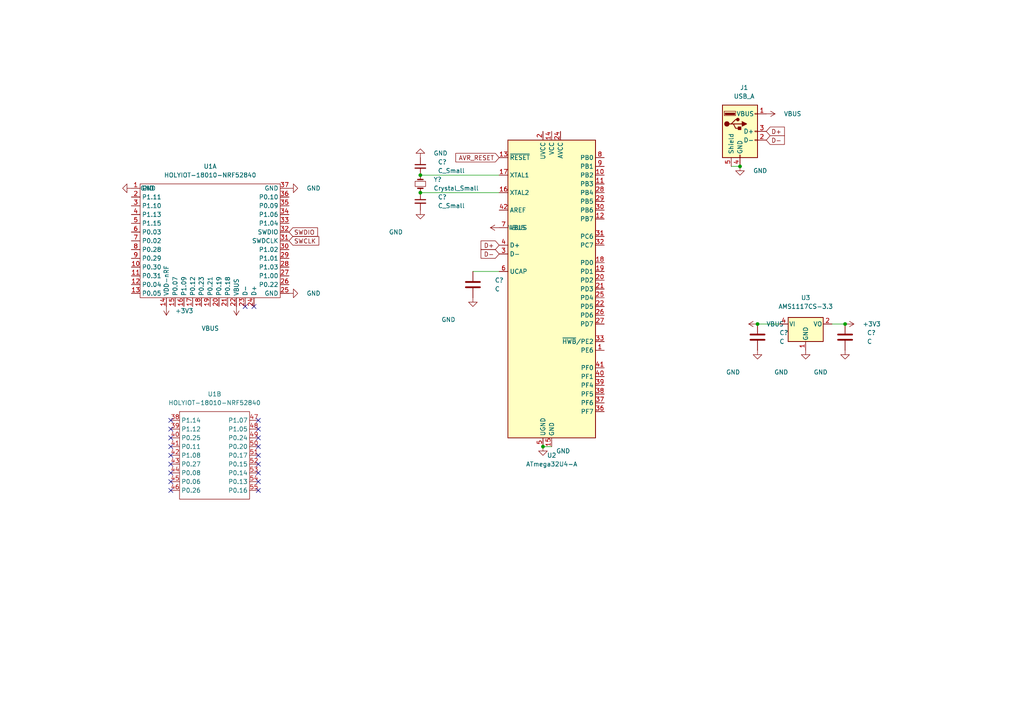
<source format=kicad_sch>
(kicad_sch (version 20210621) (generator eeschema)
  (paper "A4")
  (lib_symbols
    (symbol "Connector:USB_A" (pin_names (offset 1.016))
      (property "Reference" "J" (at -5.08 11.43 0))
      (property "Value" "USB_A" (at -5.08 8.89 0))
      (symbol "USB_A_0_1"
        (rectangle (start -5.08 -7.62) (end 5.08 7.62) (stroke (width 0.254)) (fill (type background)))
        (circle (center -3.81 2.159) (radius 0.635) (stroke (width 0.254)) (fill (type outline)))
        (rectangle (start -1.524 4.826) (end -4.318 5.334) (fill (type outline)))
        (rectangle (start -1.27 4.572) (end -4.572 5.842))
        (circle (center -0.635 3.429) (radius 0.381) (stroke (width 0.254)) (fill (type outline)))
        (rectangle (start -0.127 -7.62) (end 0.127 -6.858))
        (polyline (pts (xy -3.175 2.159) (xy -2.54 2.159) (xy -1.27 3.429) (xy -0.635 3.429)) (stroke (width 0.254)))
        (polyline (pts (xy -2.54 2.159) (xy -1.905 2.159) (xy -1.27 0.889) (xy 0 0.889)) (stroke (width 0.254)))
        (polyline (pts (xy 0.635 2.794) (xy 0.635 1.524) (xy 1.905 2.159) (xy 0.635 2.794)) (stroke (width 0.254)) (fill (type outline)))
        (rectangle (start 0.254 1.27) (end -0.508 0.508) (stroke (width 0.254)) (fill (type outline)))
        (rectangle (start 5.08 -2.667) (end 4.318 -2.413))
        (rectangle (start 5.08 -0.127) (end 4.318 0.127))
        (rectangle (start 5.08 4.953) (end 4.318 5.207))
      )
      (symbol "USB_A_1_1"
        (polyline (pts (xy -1.905 2.159) (xy 0.635 2.159)) (stroke (width 0.254)))
        (pin power_in line (at 7.62 5.08 180) (length 2.54) (name "VBUS") (number "1"))
        (pin bidirectional line (at 7.62 -2.54 180) (length 2.54) (name "D-") (number "2"))
        (pin bidirectional line (at 7.62 0 180) (length 2.54) (name "D+") (number "3"))
        (pin power_in line (at 0 -10.16 90) (length 2.54) (name "GND") (number "4"))
        (pin passive line (at -2.54 -10.16 90) (length 2.54) (name "Shield") (number "5"))
      )
    )
    (symbol "Device:C" (pin_numbers hide) (pin_names (offset 0.254))
      (property "Reference" "C" (at 0.635 2.54 0))
      (property "Value" "C" (at 0.635 -2.54 0))
      (symbol "C_0_1"
        (polyline (pts (xy -2.032 -0.762) (xy 2.032 -0.762)) (stroke (width 0.508)))
        (polyline (pts (xy -2.032 0.762) (xy 2.032 0.762)) (stroke (width 0.508)))
      )
      (symbol "C_1_1"
        (pin passive line (at 0 3.81 270) (length 2.794) (name "~") (number "1"))
        (pin passive line (at 0 -3.81 90) (length 2.794) (name "~") (number "2"))
      )
    )
    (symbol "Device:C_Small" (pin_numbers hide) (pin_names (offset 0.254) hide)
      (property "Reference" "C" (at 0.254 1.778 0))
      (property "Value" "C_Small" (at 0.254 -2.032 0))
      (symbol "C_Small_0_1"
        (polyline (pts (xy -1.524 -0.508) (xy 1.524 -0.508)) (stroke (width 0.3302)))
        (polyline (pts (xy -1.524 0.508) (xy 1.524 0.508)) (stroke (width 0.3048)))
      )
      (symbol "C_Small_1_1"
        (pin passive line (at 0 2.54 270) (length 2.032) (name "~") (number "1"))
        (pin passive line (at 0 -2.54 90) (length 2.032) (name "~") (number "2"))
      )
    )
    (symbol "Device:Crystal_Small" (pin_numbers hide) (pin_names (offset 1.016) hide)
      (property "Reference" "Y" (at 0 2.54 0))
      (property "Value" "Crystal_Small" (at 0 -2.54 0))
      (symbol "Crystal_Small_0_1"
        (rectangle (start -0.762 -1.524) (end 0.762 1.524))
        (polyline (pts (xy -1.27 -0.762) (xy -1.27 0.762)) (stroke (width 0.381)))
        (polyline (pts (xy 1.27 -0.762) (xy 1.27 0.762)) (stroke (width 0.381)))
      )
      (symbol "Crystal_Small_1_1"
        (pin passive line (at -2.54 0 0) (length 1.27) (name "1") (number "1"))
        (pin passive line (at 2.54 0 180) (length 1.27) (name "2") (number "2"))
      )
    )
    (symbol "MCU_Microchip_ATmega:ATmega32U4-A"
      (property "Reference" "U" (at -12.7 44.45 0))
      (property "Value" "ATmega32U4-A" (at 2.54 -44.45 0))
      (symbol "ATmega32U4-A_0_1"
        (rectangle (start -12.7 -43.18) (end 12.7 43.18) (stroke (width 0.254)) (fill (type background)))
      )
      (symbol "ATmega32U4-A_1_1"
        (pin bidirectional line (at 15.24 -17.78 180) (length 2.54) (name "PE6") (number "1"))
        (pin bidirectional line (at 15.24 33.02 180) (length 2.54) (name "PB2") (number "10"))
        (pin bidirectional line (at 15.24 30.48 180) (length 2.54) (name "PB3") (number "11"))
        (pin bidirectional line (at 15.24 20.32 180) (length 2.54) (name "PB7") (number "12"))
        (pin input line (at -15.24 38.1 0) (length 2.54) (name "~{RESET}") (number "13"))
        (pin power_in line (at 0 45.72 270) (length 2.54) (name "VCC") (number "14"))
        (pin power_in line (at 0 -45.72 90) (length 2.54) (name "GND") (number "15"))
        (pin output line (at -15.24 27.94 0) (length 2.54) (name "XTAL2") (number "16"))
        (pin input line (at -15.24 33.02 0) (length 2.54) (name "XTAL1") (number "17"))
        (pin bidirectional line (at 15.24 7.62 180) (length 2.54) (name "PD0") (number "18"))
        (pin bidirectional line (at 15.24 5.08 180) (length 2.54) (name "PD1") (number "19"))
        (pin power_in line (at -2.54 45.72 270) (length 2.54) (name "UVCC") (number "2"))
        (pin bidirectional line (at 15.24 2.54 180) (length 2.54) (name "PD2") (number "20"))
        (pin bidirectional line (at 15.24 0 180) (length 2.54) (name "PD3") (number "21"))
        (pin bidirectional line (at 15.24 -5.08 180) (length 2.54) (name "PD5") (number "22"))
        (pin passive line (at 0 -45.72 90) (length 2.54) hide (name "GND") (number "23"))
        (pin power_in line (at 2.54 45.72 270) (length 2.54) (name "AVCC") (number "24"))
        (pin bidirectional line (at 15.24 -2.54 180) (length 2.54) (name "PD4") (number "25"))
        (pin bidirectional line (at 15.24 -7.62 180) (length 2.54) (name "PD6") (number "26"))
        (pin bidirectional line (at 15.24 -10.16 180) (length 2.54) (name "PD7") (number "27"))
        (pin bidirectional line (at 15.24 27.94 180) (length 2.54) (name "PB4") (number "28"))
        (pin bidirectional line (at 15.24 25.4 180) (length 2.54) (name "PB5") (number "29"))
        (pin bidirectional line (at -15.24 10.16 0) (length 2.54) (name "D-") (number "3"))
        (pin bidirectional line (at 15.24 22.86 180) (length 2.54) (name "PB6") (number "30"))
        (pin bidirectional line (at 15.24 15.24 180) (length 2.54) (name "PC6") (number "31"))
        (pin bidirectional line (at 15.24 12.7 180) (length 2.54) (name "PC7") (number "32"))
        (pin bidirectional line (at 15.24 -15.24 180) (length 2.54) (name "~{HWB}/PE2") (number "33"))
        (pin passive line (at 0 45.72 270) (length 2.54) hide (name "VCC") (number "34"))
        (pin passive line (at 0 -45.72 90) (length 2.54) hide (name "GND") (number "35"))
        (pin bidirectional line (at 15.24 -35.56 180) (length 2.54) (name "PF7") (number "36"))
        (pin bidirectional line (at 15.24 -33.02 180) (length 2.54) (name "PF6") (number "37"))
        (pin bidirectional line (at 15.24 -30.48 180) (length 2.54) (name "PF5") (number "38"))
        (pin bidirectional line (at 15.24 -27.94 180) (length 2.54) (name "PF4") (number "39"))
        (pin bidirectional line (at -15.24 12.7 0) (length 2.54) (name "D+") (number "4"))
        (pin bidirectional line (at 15.24 -25.4 180) (length 2.54) (name "PF1") (number "40"))
        (pin bidirectional line (at 15.24 -22.86 180) (length 2.54) (name "PF0") (number "41"))
        (pin passive line (at -15.24 22.86 0) (length 2.54) (name "AREF") (number "42"))
        (pin passive line (at 0 -45.72 90) (length 2.54) hide (name "GND") (number "43"))
        (pin passive line (at 2.54 45.72 270) (length 2.54) hide (name "AVCC") (number "44"))
        (pin passive line (at -2.54 -45.72 90) (length 2.54) (name "UGND") (number "5"))
        (pin passive line (at -15.24 5.08 0) (length 2.54) (name "UCAP") (number "6"))
        (pin input line (at -15.24 17.78 0) (length 2.54) (name "VBUS") (number "7"))
        (pin bidirectional line (at 15.24 38.1 180) (length 2.54) (name "PB0") (number "8"))
        (pin bidirectional line (at 15.24 35.56 180) (length 2.54) (name "PB1") (number "9"))
      )
    )
    (symbol "Regulator_Linear:AMS1117CS-3.3" (pin_names (offset 0.254))
      (property "Reference" "U" (at -3.81 3.175 0))
      (property "Value" "AMS1117CS-3.3" (at 0 3.175 0))
      (symbol "AMS1117CS-3.3_0_1"
        (rectangle (start -5.08 -5.08) (end 5.08 1.905) (stroke (width 0.254)) (fill (type background)))
      )
      (symbol "AMS1117CS-3.3_1_1"
        (pin power_in line (at 0 -7.62 90) (length 2.54) (name "GND") (number "1"))
        (pin power_out line (at 7.62 0 180) (length 2.54) (name "VO") (number "2"))
        (pin passive line (at 7.62 0 180) (length 2.54) hide (name "VO") (number "3"))
        (pin power_in line (at -7.62 0 0) (length 2.54) (name "VI") (number "4"))
        (pin no_connect line (at -2.54 -2.54 180) (length 2.54) hide (name "NC") (number "5"))
        (pin passive line (at 7.62 0 180) (length 2.54) hide (name "VO") (number "6"))
        (pin passive line (at 7.62 0 180) (length 2.54) hide (name "VO") (number "7"))
        (pin no_connect line (at 2.54 -2.54 0) (length 2.54) hide (name "NC") (number "8"))
      )
    )
    (symbol "blackwing:HOLYIOT-18010-NRF52840"
      (property "Reference" "U" (at 0 0 0))
      (property "Value" "HOLYIOT-18010-NRF52840" (at 0 0 0))
      (symbol "HOLYIOT-18010-NRF52840_1_1"
        (rectangle (start -20.32 -2.54) (end 20.32 -35.56) (stroke (width 0.1524)))
        (pin power_in line (at -22.86 -3.81 0) (length 2.54) (name "GND") (number "1"))
        (pin bidirectional line (at -22.86 -26.67 0) (length 2.54) (name "P0.30") (number "10"))
        (pin bidirectional line (at -22.86 -29.21 0) (length 2.54) (name "P0.31") (number "11"))
        (pin bidirectional line (at -22.86 -31.75 0) (length 2.54) (name "P0.04") (number "12"))
        (pin bidirectional line (at -22.86 -34.29 0) (length 2.54) (name "P0.05") (number "13"))
        (pin power_in line (at -12.7 -38.1 90) (length 2.54) (name "VDD-nRF") (number "14"))
        (pin bidirectional line (at -10.16 -38.1 90) (length 2.54) (name "P0.07") (number "15"))
        (pin bidirectional line (at -7.62 -38.1 90) (length 2.54) (name "P1.09") (number "16"))
        (pin bidirectional line (at -5.08 -38.1 90) (length 2.54) (name "P0.12") (number "17"))
        (pin bidirectional line (at -2.54 -38.1 90) (length 2.54) (name "P0.23") (number "18"))
        (pin bidirectional line (at 0 -38.1 90) (length 2.54) (name "P0.21") (number "19"))
        (pin bidirectional line (at -22.86 -6.35 0) (length 2.54) (name "P1.11") (number "2"))
        (pin bidirectional line (at 2.54 -38.1 90) (length 2.54) (name "P0.19") (number "20"))
        (pin bidirectional line (at 5.08 -38.1 90) (length 2.54) (name "P0.18") (number "21"))
        (pin power_in line (at 7.62 -38.1 90) (length 2.54) (name "VBUS") (number "22"))
        (pin bidirectional line (at 10.16 -38.1 90) (length 2.54) (name "D-") (number "23"))
        (pin bidirectional line (at 12.7 -38.1 90) (length 2.54) (name "D+") (number "24"))
        (pin power_in line (at 22.86 -34.29 180) (length 2.54) (name "GND") (number "25"))
        (pin bidirectional line (at 22.86 -31.75 180) (length 2.54) (name "P0.22") (number "26"))
        (pin bidirectional line (at 22.86 -29.21 180) (length 2.54) (name "P1.00") (number "27"))
        (pin bidirectional line (at 22.86 -26.67 180) (length 2.54) (name "P1.03") (number "28"))
        (pin bidirectional line (at 22.86 -24.13 180) (length 2.54) (name "P1.01") (number "29"))
        (pin bidirectional line (at -22.86 -8.89 0) (length 2.54) (name "P1.10") (number "3"))
        (pin bidirectional line (at 22.86 -21.59 180) (length 2.54) (name "P1.02") (number "30"))
        (pin bidirectional line (at 22.86 -19.05 180) (length 2.54) (name "SWDCLK") (number "31"))
        (pin bidirectional line (at 22.86 -16.51 180) (length 2.54) (name "SWDIO") (number "32"))
        (pin bidirectional line (at 22.86 -13.97 180) (length 2.54) (name "P1.04") (number "33"))
        (pin bidirectional line (at 22.86 -11.43 180) (length 2.54) (name "P1.06") (number "34"))
        (pin bidirectional line (at 22.86 -8.89 180) (length 2.54) (name "P0.09") (number "35"))
        (pin bidirectional line (at 22.86 -6.35 180) (length 2.54) (name "P0.10") (number "36"))
        (pin power_in line (at 22.86 -3.81 180) (length 2.54) (name "GND") (number "37"))
        (pin bidirectional line (at -22.86 -11.43 0) (length 2.54) (name "P1.13") (number "4"))
        (pin bidirectional line (at -22.86 -13.97 0) (length 2.54) (name "P1.15") (number "5"))
        (pin bidirectional line (at -22.86 -16.51 0) (length 2.54) (name "P0.03") (number "6"))
        (pin bidirectional line (at -22.86 -19.05 0) (length 2.54) (name "P0.02") (number "7"))
        (pin bidirectional line (at -22.86 -21.59 0) (length 2.54) (name "P0.28") (number "8"))
        (pin bidirectional line (at -22.86 -24.13 0) (length 2.54) (name "P0.29") (number "9"))
      )
      (symbol "HOLYIOT-18010-NRF52840_2_1"
        (rectangle (start 10.16 -27.94) (end -10.16 -2.54) (stroke (width 0.1524)))
        (pin bidirectional line (at -12.7 -5.08 0) (length 2.54) (name "P1.14") (number "38"))
        (pin bidirectional line (at -12.7 -7.62 0) (length 2.54) (name "P1.12") (number "39"))
        (pin bidirectional line (at -12.7 -10.16 0) (length 2.54) (name "P0.25") (number "40"))
        (pin bidirectional line (at -12.7 -12.7 0) (length 2.54) (name "P0.11") (number "41"))
        (pin bidirectional line (at -12.7 -15.24 0) (length 2.54) (name "P1.08") (number "42"))
        (pin bidirectional line (at -12.7 -17.78 0) (length 2.54) (name "P0.27") (number "43"))
        (pin bidirectional line (at -12.7 -20.32 0) (length 2.54) (name "P0.08") (number "44"))
        (pin bidirectional line (at -12.7 -22.86 0) (length 2.54) (name "P0.06") (number "45"))
        (pin bidirectional line (at -12.7 -25.4 0) (length 2.54) (name "P0.26") (number "46"))
        (pin bidirectional line (at 12.7 -5.08 180) (length 2.54) (name "P1.07") (number "47"))
        (pin bidirectional line (at 12.7 -7.62 180) (length 2.54) (name "P1.05") (number "48"))
        (pin bidirectional line (at 12.7 -10.16 180) (length 2.54) (name "P0.24") (number "49"))
        (pin bidirectional line (at 12.7 -12.7 180) (length 2.54) (name "P0.20") (number "50"))
        (pin bidirectional line (at 12.7 -15.24 180) (length 2.54) (name "P0.17") (number "51"))
        (pin bidirectional line (at 12.7 -17.78 180) (length 2.54) (name "P0.15") (number "52"))
        (pin bidirectional line (at 12.7 -20.32 180) (length 2.54) (name "P0.14") (number "53"))
        (pin bidirectional line (at 12.7 -22.86 180) (length 2.54) (name "P0.13") (number "54"))
        (pin bidirectional line (at 12.7 -25.4 180) (length 2.54) (name "P0.16") (number "55"))
      )
    )
    (symbol "power:+3.3V" (power) (pin_names (offset 0))
      (property "Value" "+3.3V" (at 0 3.556 0))
      (symbol "+3.3V_0_1"
        (polyline (pts (xy -0.762 1.27) (xy 0 2.54)))
        (polyline (pts (xy 0 0) (xy 0 2.54)))
        (polyline (pts (xy 0 2.54) (xy 0.762 1.27)))
      )
      (symbol "+3.3V_1_1"
        (pin power_in line (at 0 0 90) (length 0) hide (name "+3V3") (number "1"))
      )
    )
    (symbol "power:GND" (power) (pin_names (offset 0))
      (property "Value" "GND" (at 0 -3.81 0))
      (symbol "GND_0_1"
        (polyline (pts (xy 0 0) (xy 0 -1.27) (xy 1.27 -1.27) (xy 0 -2.54) (xy -1.27 -1.27) (xy 0 -1.27)))
      )
      (symbol "GND_1_1"
        (pin power_in line (at 0 0 270) (length 0) hide (name "GND") (number "1"))
      )
    )
    (symbol "power:VBUS" (power) (pin_names (offset 0))
      (property "Value" "VBUS" (at 0 3.81 0))
      (symbol "VBUS_0_1"
        (polyline (pts (xy -0.762 1.27) (xy 0 2.54)))
        (polyline (pts (xy 0 0) (xy 0 2.54)))
        (polyline (pts (xy 0 2.54) (xy 0.762 1.27)))
      )
      (symbol "VBUS_1_1"
        (pin power_in line (at 0 0 90) (length 0) hide (name "VBUS") (number "1"))
      )
    )
  )
  (junction (at 121.92 50.8))
  (junction (at 214.63 48.26))
  (junction (at 245.11 93.98))
  (junction (at 157.48 129.54))
  (junction (at 121.92 55.88))
  (junction (at 219.71 93.98))
  (no_connect (at 74.93 137.16))
  (no_connect (at 74.93 124.46))
  (no_connect (at 74.93 121.92))
  (no_connect (at 74.93 142.24))
  (no_connect (at 74.93 132.08))
  (no_connect (at 74.93 129.54))
  (no_connect (at 74.93 134.62))
  (no_connect (at 71.12 88.9))
  (no_connect (at 73.66 88.9))
  (no_connect (at 74.93 127))
  (no_connect (at 49.53 137.16))
  (no_connect (at 49.53 121.92))
  (no_connect (at 49.53 124.46))
  (no_connect (at 49.53 139.7))
  (no_connect (at 49.53 134.62))
  (no_connect (at 49.53 132.08))
  (no_connect (at 49.53 129.54))
  (no_connect (at 49.53 127))
  (no_connect (at 49.53 142.24))
  (no_connect (at 74.93 139.7))
  (wire (pts (xy 121.92 55.88) (xy 144.78 55.88)))
  (wire (pts (xy 137.16 78.74) (xy 144.78 78.74)))
  (wire (pts (xy 241.3 93.98) (xy 245.11 93.98)))
  (wire (pts (xy 157.48 129.54) (xy 160.02 129.54)))
  (wire (pts (xy 121.92 50.8) (xy 144.78 50.8)))
  (wire (pts (xy 212.09 48.26) (xy 214.63 48.26)))
  (wire (pts (xy 219.71 93.98) (xy 226.06 93.98)))
  (global_label "AVR_RESET" (shape input) (at 144.78 45.72 180) (property "Intersheet References" "${INTERSHEET_REFS}" (effects hide)))
  (global_label "D+" (shape input) (at 144.78 71.12 180) (property "Intersheet References" "${INTERSHEET_REFS}" (effects hide)))
  (global_label "SWDIO" (shape input) (at 83.82 67.31 0) (property "Intersheet References" "${INTERSHEET_REFS}" (effects hide)))
  (global_label "D-" (shape input) (at 222.25 40.64 0) (property "Intersheet References" "${INTERSHEET_REFS}" (effects hide)))
  (global_label "D+" (shape input) (at 222.25 38.1 0) (property "Intersheet References" "${INTERSHEET_REFS}" (effects hide)))
  (global_label "SWCLK" (shape input) (at 83.82 69.85 0) (property "Intersheet References" "${INTERSHEET_REFS}" (effects hide)))
  (global_label "D-" (shape input) (at 144.78 73.66 180) (property "Intersheet References" "${INTERSHEET_REFS}" (effects hide)))
  (symbol (lib_id "Device:C") (at 137.16 82.55 0) (unit 1)
    (property "Reference" "C?" (at 143.51 81.2799 0) (effects (justify left)))
    (property "Value" "C" (at 143.51 83.8199 0) (effects (justify left)))
  )
  (symbol (lib_id "power:+3.3V") (at 245.11 93.98 270) (unit 1)
    (property "Reference" "#PWR?" (effects hide))
    (property "Value" "+3.3V" (at 250.19 93.9799 90) (effects (justify left)))
  )
  (symbol (lib_id "power:VBUS") (at 222.25 33.02 270) (unit 1)
    (property "Reference" "#PWR?" (effects hide))
    (property "Value" "VBUS" (at 227.33 33.0199 90) (effects (justify left)))
  )
  (symbol (lib_id "power:+3.3V") (at 48.26 88.9 180) (unit 1)
    (property "Reference" "#PWR?" (effects hide))
    (property "Value" "+3.3V" (at 50.8 90.1698 0) (effects (justify right)))
  )
  (symbol (lib_id "power:GND") (at 137.16 86.36 0) (unit 1)
    (property "Reference" "#PWR?" (effects hide))
    (property "Value" "GND" (at 130.0653 92.71 0))
  )
  (symbol (lib_id "power:GND") (at 121.92 45.72 180) (unit 1)
    (property "Reference" "#PWR?" (effects hide))
    (property "Value" "GND" (at 125.73 44.4499 0) (effects (justify right)))
  )
  (symbol (lib_id "power:GND") (at 83.82 54.61 90) (unit 1)
    (property "Reference" "#PWR?" (effects hide))
    (property "Value" "GND" (at 88.9 54.6099 90) (effects (justify right)))
  )
  (symbol (lib_id "power:GND") (at 245.11 101.6 0) (unit 1)
    (property "Reference" "#PWR?" (effects hide))
    (property "Value" "GND" (at 238.0153 107.95 0))
  )
  (symbol (lib_id "power:VBUS") (at -46.99 -36.83 0) (unit 1)
    (property "Reference" "#PWR?" (effects hide))
    (property "Value" "VBUS" (at -52.07 -41.91 0))
  )
  (symbol (lib_id "power:VBUS") (at 219.71 93.98 90) (unit 1)
    (property "Reference" "#PWR?" (effects hide))
    (property "Value" "VBUS" (at 222.25 93.9799 90) (effects (justify right)))
  )
  (symbol (lib_id "power:GND") (at 83.82 85.09 90) (unit 1)
    (property "Reference" "#PWR?" (effects hide))
    (property "Value" "GND" (at 88.9 85.0899 90) (effects (justify right)))
  )
  (symbol (lib_id "Device:C_Small") (at 121.92 58.42 0) (unit 1)
    (property "Reference" "C?" (at 127 57.1499 0) (effects (justify left)))
    (property "Value" "C_Small" (at 127 59.6899 0) (effects (justify left)))
  )
  (symbol (lib_id "Device:C") (at 245.11 97.79 0) (unit 1)
    (property "Reference" "C?" (at 251.46 96.5199 0) (effects (justify left)))
    (property "Value" "C" (at 251.46 99.0599 0) (effects (justify left)))
  )
  (symbol (lib_id "power:GND") (at 219.71 101.6 0) (unit 1)
    (property "Reference" "#PWR?" (effects hide))
    (property "Value" "GND" (at 212.6153 107.95 0))
  )
  (symbol (lib_id "Connector:USB_A") (at 214.63 38.1 0) (unit 1)
    (property "Reference" "J1" (at 215.8365 25.4 0))
    (property "Value" "USB_A" (at 215.8365 27.94 0))
    (property "Footprint" "Connector_USB:USB_A_Wuerth_61400826021_Horizontal_Stacked" (effects hide))
    (property "Datasheet" " ~" (effects hide))
  )
  (symbol (lib_id "MCU_Microchip_ATmega:ATmega32U4-A") (at 160.02 83.82 0) (unit 1)
    (property "Reference" "U2" (at 160.02 132.08 0))
    (property "Value" "ATmega32U4-A" (at 160.02 134.62 0))
    (property "Footprint" "Package_QFP:TQFP-44_10x10mm_P0.8mm" (effects hide))
    (property "Datasheet" "http://ww1.microchip.com/downloads/en/DeviceDoc/Atmel-7766-8-bit-AVR-ATmega16U4-32U4_Datasheet.pdf" (effects hide))
  )
  (symbol (lib_id "Device:C_Small") (at 121.92 48.26 0) (unit 1)
    (property "Reference" "C?" (at 127 46.9899 0) (effects (justify left)))
    (property "Value" "C_Small" (at 127 49.5299 0) (effects (justify left)))
  )
  (symbol (lib_id "blackwing:HOLYIOT-18010-NRF52840") (at 60.96 50.8 0) (unit 1)
    (property "Reference" "U1" (at 60.96 48.26 0))
    (property "Value" "HOLYIOT-18010-NRF52840" (at 60.96 50.8 0))
    (property "Footprint" "blackwing:HOLYIOT-18010-NRF52840" (effects hide))
  )
  (symbol (lib_id "power:VBUS") (at 144.78 66.04 90) (unit 1)
    (property "Reference" "#PWR?" (effects hide))
    (property "Value" "VBUS" (at 147.32 66.0399 90) (effects (justify right)))
  )
  (symbol (lib_id "power:GND") (at 233.68 101.6 0) (unit 1)
    (property "Reference" "#PWR?" (effects hide))
    (property "Value" "GND" (at 226.5853 107.95 0))
  )
  (symbol (lib_id "Regulator_Linear:AMS1117CS-3.3") (at 233.68 93.98 0) (unit 1)
    (property "Reference" "U3" (at 233.68 86.36 0))
    (property "Value" "AMS1117CS-3.3" (at 233.68 88.9 0))
    (property "Footprint" "Package_SO:SOIC-8_3.9x4.9mm_P1.27mm" (effects hide))
    (property "Datasheet" "http://www.advanced-monolithic.com/pdf/ds1117.pdf" (effects hide))
  )
  (symbol (lib_id "Device:Crystal_Small") (at 121.92 53.34 270) (unit 1)
    (property "Reference" "Y?" (at 125.73 52.0699 90) (effects (justify left)))
    (property "Value" "Crystal_Small" (at 125.73 54.6099 90) (effects (justify left)))
  )
  (symbol (lib_id "power:GND") (at 121.92 60.96 0) (unit 1)
    (property "Reference" "#PWR?" (effects hide))
    (property "Value" "GND" (at 114.8253 67.31 0))
  )
  (symbol (lib_id "power:GND") (at 38.1 54.61 270) (unit 1)
    (property "Reference" "#PWR?" (effects hide))
    (property "Value" "GND" (at 40.64 54.6099 90) (effects (justify left)))
  )
  (symbol (lib_id "blackwing:HOLYIOT-18010-NRF52840") (at 62.23 116.84 0) (unit 2)
    (property "Reference" "U1" (at 62.23 114.3 0))
    (property "Value" "HOLYIOT-18010-NRF52840" (at 62.23 116.84 0))
    (property "Footprint" "blackwing:HOLYIOT-18010-NRF52840" (effects hide))
  )
  (symbol (lib_id "Device:C") (at 219.71 97.79 0) (unit 1)
    (property "Reference" "C?" (at 226.06 96.5199 0) (effects (justify left)))
    (property "Value" "C" (at 226.06 99.0599 0) (effects (justify left)))
  )
  (symbol (lib_id "power:VBUS") (at 68.58 88.9 180) (unit 1)
    (property "Reference" "#PWR?" (effects hide))
    (property "Value" "VBUS" (at 60.9713 95.25 0))
  )
  (symbol (lib_id "power:GND") (at 214.63 48.26 0) (unit 1)
    (property "Reference" "#PWR?" (effects hide))
    (property "Value" "GND" (at 218.44 49.5298 0) (effects (justify left)))
  )
  (symbol (lib_id "power:GND") (at 157.48 129.54 0) (unit 1)
    (property "Reference" "#PWR?" (effects hide))
    (property "Value" "GND" (at 161.29 130.8098 0) (effects (justify left)))
  )
)
</source>
